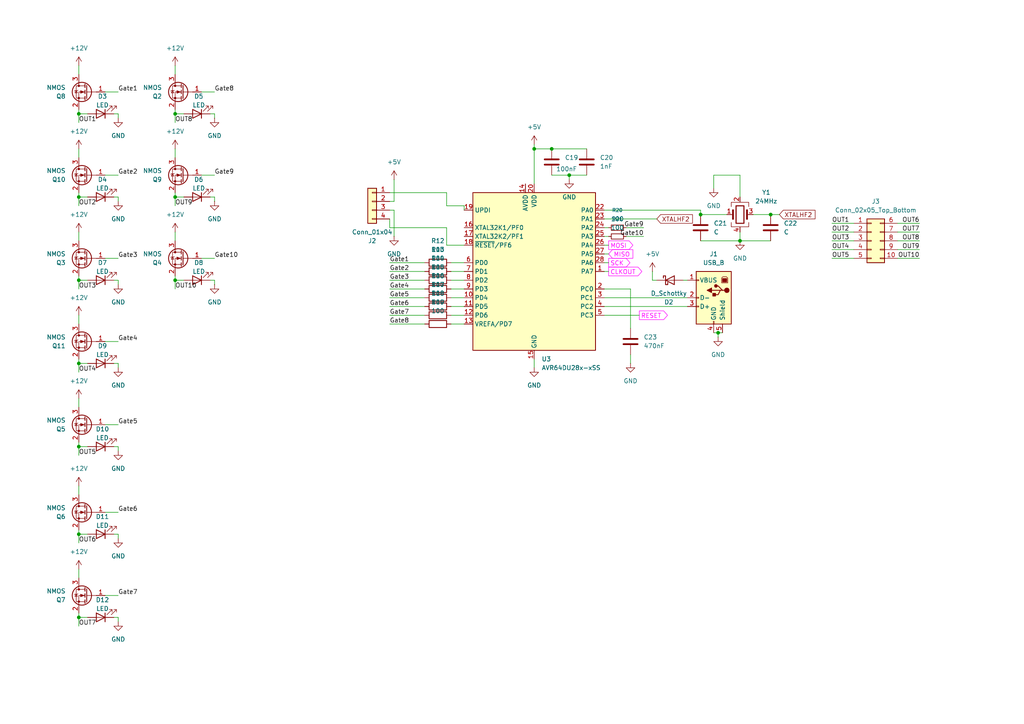
<source format=kicad_sch>
(kicad_sch (version 20250114) (generator "eeschema") (generator_version "9.0")
  (paper "A4")
  (lib_symbols
    (symbol "Connector:USB_B" (pin_names (offset 1.016))
      (property "Reference" "J1" (at 0 12.7 0))
      (property "Value" "USB_B" (at 0 10.16 0))
      (symbol "USB_B_0_1"
        (rectangle (start -5.08 -7.62) (end 5.08 7.62) (stroke (width 0.254)) (fill (type background)))
        (polyline (pts (xy -4.064 4.318) (xy -2.286 4.318) (xy -2.286 5.715) (xy -2.667 6.096) (xy -3.683 6.096) (xy -4.064 5.715) (xy -4.064 4.318)))
        (rectangle (start -3.81 5.588) (end -2.54 4.572) (fill (type outline)))
        (circle (center -3.81 2.159) (radius 0.635) (stroke (width 0.254)) (fill (type outline)))
        (polyline (pts (xy -3.175 2.159) (xy -2.54 2.159) (xy -1.27 3.429) (xy -0.635 3.429)) (stroke (width 0.254)))
        (polyline (pts (xy -2.54 2.159) (xy -1.905 2.159) (xy -1.27 0.889) (xy 0 0.889)) (stroke (width 0.254)))
        (polyline (pts (xy -1.905 2.159) (xy 0.635 2.159)) (stroke (width 0.254)))
        (circle (center -0.635 3.429) (radius 0.381) (stroke (width 0.254)) (fill (type outline)))
        (rectangle (start -0.127 -7.62) (end 0.127 -6.858))
        (rectangle (start 0.254 1.27) (end -0.508 0.508) (stroke (width 0.254)) (fill (type outline)))
        (polyline (pts (xy 0.635 2.794) (xy 0.635 1.524) (xy 1.905 2.159) (xy 0.635 2.794)) (stroke (width 0.254)) (fill (type outline)))
        (rectangle (start 5.08 4.953) (end 4.318 5.207))
        (rectangle (start 5.08 -0.127) (end 4.318 0.127))
        (rectangle (start 5.08 -2.667) (end 4.318 -2.413))
      )
      (symbol "USB_B_1_1"
        (pin passive line (at -2.54 -10.16 90) (length 2.54) (name "Shield") (number "5"))
        (pin power_out line (at 0 -10.16 90) (length 2.54) (name "GND") (number "4"))
        (pin power_out line (at 7.62 5.08 180) (length 2.54) (name "VBUS") (number "1"))
        (pin bidirectional line (at 7.62 0 180) (length 2.54) (name "D-") (number "2"))
        (pin bidirectional line (at 7.62 -2.54 180) (length 2.54) (name "D+") (number "3"))
      )
    )
    (symbol "Connector_Generic:Conn_01x04" (pin_names (offset 1.016) (hide yes))
      (property "Reference" "J" (at 0 5.08 0))
      (property "Value" "Conn_01x04" (at 0 -7.62 0))
      (symbol "Conn_01x04_1_1"
        (rectangle (start -1.27 3.81) (end 1.27 -6.35) (stroke (width 0.254)) (fill (type background)))
        (rectangle (start -1.27 2.667) (end 0 2.413) (stroke (width 0.1524)))
        (rectangle (start -1.27 0.127) (end 0 -0.127) (stroke (width 0.1524)))
        (rectangle (start -1.27 -2.413) (end 0 -2.667) (stroke (width 0.1524)))
        (rectangle (start -1.27 -4.953) (end 0 -5.207) (stroke (width 0.1524)))
        (pin passive line (at -5.08 2.54 0) (length 3.81) (name "Pin_1") (number "1"))
        (pin passive line (at -5.08 0 0) (length 3.81) (name "Pin_2") (number "2"))
        (pin passive line (at -5.08 -2.54 0) (length 3.81) (name "Pin_3") (number "3"))
        (pin passive line (at -5.08 -5.08 0) (length 3.81) (name "Pin_4") (number "4"))
      )
    )
    (symbol "Connector_Generic:Conn_02x05_Top_Bottom" (pin_names (offset 1.016) (hide yes))
      (property "Reference" "J" (at 1.27 7.62 0))
      (property "Value" "Conn_02x05_Top_Bottom" (at 1.27 -7.62 0))
      (symbol "Conn_02x05_Top_Bottom_1_1"
        (rectangle (start -1.27 6.35) (end 3.81 -6.35) (stroke (width 0.254)) (fill (type background)))
        (rectangle (start -1.27 5.207) (end 0 4.953) (stroke (width 0.1524)))
        (rectangle (start -1.27 2.667) (end 0 2.413) (stroke (width 0.1524)))
        (rectangle (start -1.27 0.127) (end 0 -0.127) (stroke (width 0.1524)))
        (rectangle (start -1.27 -2.413) (end 0 -2.667) (stroke (width 0.1524)))
        (rectangle (start -1.27 -4.953) (end 0 -5.207) (stroke (width 0.1524)))
        (rectangle (start 3.81 5.207) (end 2.54 4.953) (stroke (width 0.1524)))
        (rectangle (start 3.81 2.667) (end 2.54 2.413) (stroke (width 0.1524)))
        (rectangle (start 3.81 0.127) (end 2.54 -0.127) (stroke (width 0.1524)))
        (rectangle (start 3.81 -2.413) (end 2.54 -2.667) (stroke (width 0.1524)))
        (rectangle (start 3.81 -4.953) (end 2.54 -5.207) (stroke (width 0.1524)))
        (pin passive line (at -5.08 5.08 0) (length 3.81) (name "Pin_1") (number "1"))
        (pin passive line (at -5.08 2.54 0) (length 3.81) (name "Pin_2") (number "2"))
        (pin passive line (at -5.08 0 0) (length 3.81) (name "Pin_3") (number "3"))
        (pin passive line (at -5.08 -2.54 0) (length 3.81) (name "Pin_4") (number "4"))
        (pin passive line (at -5.08 -5.08 0) (length 3.81) (name "Pin_5") (number "5"))
        (pin passive line (at 7.62 5.08 180) (length 3.81) (name "Pin_6") (number "6"))
        (pin passive line (at 7.62 2.54 180) (length 3.81) (name "Pin_7") (number "7"))
        (pin passive line (at 7.62 0 180) (length 3.81) (name "Pin_8") (number "8"))
        (pin passive line (at 7.62 -2.54 180) (length 3.81) (name "Pin_9") (number "9"))
        (pin passive line (at 7.62 -5.08 180) (length 3.81) (name "Pin_10") (number "10"))
      )
    )
    (symbol "CustomFootprints:AVR64DA28x-xSS"
      (property "Reference" "U3" (at 2.1433 -25.4 0))
      (property "Value" "AVR64DU28x-xSS" (at 2.1433 -27.94 0))
      (symbol "AVR64DA28x-xSS_0_1"
        (rectangle (start -17.78 22.86) (end 17.78 -22.86) (stroke (width 0.254)) (fill (type background)))
      )
      (symbol "AVR64DA28x-xSS_1_1"
        (pin input line (at -20.32 17.78 0) (length 2.54) (name "UPDI") (number "19"))
        (pin bidirectional line (at -20.32 12.7 0) (length 2.54) (name "XTAL32K1/PF0") (number "16"))
        (pin bidirectional line (at -20.32 10.16 0) (length 2.54) (name "XTAL32K2/PF1") (number "17"))
        (pin bidirectional line (at -20.32 7.62 0) (length 2.54) (name "~{RESET}/PF6") (number "18"))
        (pin bidirectional line (at -20.32 2.54 0) (length 2.54) (name "PD0") (number "6"))
        (pin bidirectional line (at -20.32 0 0) (length 2.54) (name "PD1") (number "7"))
        (pin bidirectional line (at -20.32 -2.54 0) (length 2.54) (name "PD2") (number "8"))
        (pin bidirectional line (at -20.32 -5.08 0) (length 2.54) (name "PD3") (number "9"))
        (pin bidirectional line (at -20.32 -7.62 0) (length 2.54) (name "PD4") (number "10"))
        (pin bidirectional line (at -20.32 -10.16 0) (length 2.54) (name "PD5") (number "11"))
        (pin bidirectional line (at -20.32 -12.7 0) (length 2.54) (name "PD6") (number "12"))
        (pin bidirectional line (at -20.32 -15.24 0) (length 2.54) (name "VREFA/PD7") (number "13"))
        (pin power_in line (at -2.54 25.4 270) (length 2.54) (name "AVDD") (number "14"))
        (pin power_in line (at 0 25.4 270) (length 2.54) (name "VDD") (number "20"))
        (pin power_in line (at 0 -25.4 90) (length 2.54) (name "GND") (number "15"))
        (pin passive line (at 0 -25.4 90) (length 2.54) (hide yes) (name "GND") (number "21"))
        (pin bidirectional line (at 20.32 17.78 180) (length 2.54) (name "PA0") (number "22"))
        (pin bidirectional line (at 20.32 15.24 180) (length 2.54) (name "PA1") (number "23"))
        (pin bidirectional line (at 20.32 12.7 180) (length 2.54) (name "PA2") (number "24"))
        (pin bidirectional line (at 20.32 10.16 180) (length 2.54) (name "PA3") (number "25"))
        (pin bidirectional line (at 20.32 7.62 180) (length 2.54) (name "PA4") (number "26"))
        (pin bidirectional line (at 20.32 5.08 180) (length 2.54) (name "PA5") (number "27"))
        (pin bidirectional line (at 20.32 2.54 180) (length 2.54) (name "PA6") (number "28"))
        (pin bidirectional line (at 20.32 0 180) (length 2.54) (name "PA7") (number "1"))
        (pin bidirectional line (at 20.32 -5.08 180) (length 2.54) (name "PC0") (number "2"))
        (pin bidirectional line (at 20.32 -7.62 180) (length 2.54) (name "PC1") (number "3"))
        (pin bidirectional line (at 20.32 -10.16 180) (length 2.54) (name "PC2") (number "4"))
        (pin bidirectional line (at 20.32 -12.7 180) (length 2.54) (name "PC3") (number "5"))
      )
    )
    (symbol "Device:C" (pin_numbers (hide yes)) (pin_names (offset 0.254))
      (property "Reference" "C" (at 0.635 2.54 0))
      (property "Value" "C" (at 0.635 -2.54 0))
      (symbol "C_0_1"
        (polyline (pts (xy -2.032 0.762) (xy 2.032 0.762)) (stroke (width 0.508)))
        (polyline (pts (xy -2.032 -0.762) (xy 2.032 -0.762)) (stroke (width 0.508)))
      )
      (symbol "C_1_1"
        (pin passive line (at 0 3.81 270) (length 2.794) (name "~") (number "1"))
        (pin passive line (at 0 -3.81 90) (length 2.794) (name "~") (number "2"))
      )
    )
    (symbol "Device:Crystal_GND24" (pin_names (offset 1.016) (hide yes))
      (property "Reference" "Y" (at 3.175 5.08 0))
      (property "Value" "Crystal_GND24" (at 3.175 3.175 0))
      (symbol "Crystal_GND24_0_1"
        (polyline (pts (xy -2.54 2.286) (xy -2.54 3.556) (xy 2.54 3.556) (xy 2.54 2.286)))
        (polyline (pts (xy -2.54 0) (xy -2.032 0)))
        (polyline (pts (xy -2.54 -2.286) (xy -2.54 -3.556) (xy 2.54 -3.556) (xy 2.54 -2.286)))
        (polyline (pts (xy -2.032 -1.27) (xy -2.032 1.27)) (stroke (width 0.508)))
        (rectangle (start -1.143 2.54) (end 1.143 -2.54) (stroke (width 0.3048)))
        (polyline (pts (xy 0 3.556) (xy 0 3.81)))
        (polyline (pts (xy 0 -3.81) (xy 0 -3.556)))
        (polyline (pts (xy 2.032 0) (xy 2.54 0)))
        (polyline (pts (xy 2.032 -1.27) (xy 2.032 1.27)) (stroke (width 0.508)))
      )
      (symbol "Crystal_GND24_1_1"
        (pin passive line (at -3.81 0 0) (length 1.27) (name "1") (number "1"))
        (pin passive line (at 0 5.08 270) (length 1.27) (name "2") (number "2"))
        (pin passive line (at 0 -5.08 90) (length 1.27) (name "4") (number "4"))
        (pin passive line (at 3.81 0 180) (length 1.27) (name "3") (number "3"))
      )
    )
    (symbol "Device:D_Schottky" (pin_numbers (hide yes)) (pin_names (offset 1.016) (hide yes))
      (property "Reference" "D" (at 0 2.54 0))
      (property "Value" "D_Schottky" (at 0 -2.54 0))
      (symbol "D_Schottky_0_1"
        (polyline (pts (xy -1.905 0.635) (xy -1.905 1.27) (xy -1.27 1.27) (xy -1.27 -1.27) (xy -0.635 -1.27) (xy -0.635 -0.635)) (stroke (width 0.254)))
        (polyline (pts (xy 1.27 1.27) (xy 1.27 -1.27) (xy -1.27 0) (xy 1.27 1.27)) (stroke (width 0.254)))
        (polyline (pts (xy 1.27 0) (xy -1.27 0)))
      )
      (symbol "D_Schottky_1_1"
        (pin passive line (at -3.81 0 0) (length 2.54) (name "K") (number "1"))
        (pin passive line (at 3.81 0 180) (length 2.54) (name "A") (number "2"))
      )
    )
    (symbol "Device:LED" (pin_numbers (hide yes)) (pin_names (offset 1.016) (hide yes))
      (property "Reference" "D" (at 0 2.54 0))
      (property "Value" "LED" (at 0 -2.54 0))
      (symbol "LED_0_1"
        (polyline (pts (xy -3.048 -0.762) (xy -4.572 -2.286) (xy -3.81 -2.286) (xy -4.572 -2.286) (xy -4.572 -1.524)))
        (polyline (pts (xy -1.778 -0.762) (xy -3.302 -2.286) (xy -2.54 -2.286) (xy -3.302 -2.286) (xy -3.302 -1.524)))
        (polyline (pts (xy -1.27 0) (xy 1.27 0)))
        (polyline (pts (xy -1.27 -1.27) (xy -1.27 1.27)) (stroke (width 0.254)))
        (polyline (pts (xy 1.27 -1.27) (xy 1.27 1.27) (xy -1.27 0) (xy 1.27 -1.27)) (stroke (width 0.254)))
      )
      (symbol "LED_1_1"
        (pin passive line (at -3.81 0 0) (length 2.54) (name "K") (number "1"))
        (pin passive line (at 3.81 0 180) (length 2.54) (name "A") (number "2"))
      )
    )
    (symbol "Device:R" (pin_numbers (hide yes)) (pin_names (offset 0))
      (property "Reference" "R" (at 2.032 0 90))
      (property "Value" "R" (at 0 0 90))
      (symbol "R_0_1"
        (rectangle (start -1.016 -2.54) (end 1.016 2.54) (stroke (width 0.254)))
      )
      (symbol "R_1_1"
        (pin passive line (at 0 3.81 270) (length 1.27) (name "~") (number "1"))
        (pin passive line (at 0 -3.81 90) (length 1.27) (name "~") (number "2"))
      )
    )
    (symbol "Device:R_Small" (pin_numbers (hide yes)) (pin_names (offset 0.254) (hide yes))
      (property "Reference" "R" (at 0 0 90))
      (property "Value" "R_Small" (at 1.778 0 90))
      (symbol "R_Small_0_1"
        (rectangle (start -0.762 1.778) (end 0.762 -1.778) (stroke (width 0.2032)))
      )
      (symbol "R_Small_1_1"
        (pin passive line (at 0 2.54 270) (length 0.762) (name "~") (number "1"))
        (pin passive line (at 0 -2.54 90) (length 0.762) (name "~") (number "2"))
      )
    )
    (symbol "Transistor_FET:2N7002" (pin_names (hide yes))
      (property "Reference" "Q" (at 5.08 1.905 0))
      (property "Value" "2N7002" (at 5.08 0 0))
      (symbol "2N7002_0_1"
        (polyline (pts (xy 0.254 1.905) (xy 0.254 -1.905)) (stroke (width 0.254)))
        (polyline (pts (xy 0.254 0) (xy -2.54 0)))
        (polyline (pts (xy 0.762 2.286) (xy 0.762 1.27)) (stroke (width 0.254)))
        (polyline (pts (xy 0.762 0.508) (xy 0.762 -0.508)) (stroke (width 0.254)))
        (polyline (pts (xy 0.762 -1.27) (xy 0.762 -2.286)) (stroke (width 0.254)))
        (polyline (pts (xy 0.762 -1.778) (xy 3.302 -1.778) (xy 3.302 1.778) (xy 0.762 1.778)))
        (polyline (pts (xy 1.016 0) (xy 2.032 0.381) (xy 2.032 -0.381) (xy 1.016 0)) (fill (type outline)))
        (circle (center 1.651 0) (radius 2.794) (stroke (width 0.254)))
        (polyline (pts (xy 2.54 2.54) (xy 2.54 1.778)))
        (circle (center 2.54 1.778) (radius 0.254) (fill (type outline)))
        (circle (center 2.54 -1.778) (radius 0.254) (fill (type outline)))
        (polyline (pts (xy 2.54 -2.54) (xy 2.54 0) (xy 0.762 0)))
        (polyline (pts (xy 2.794 0.508) (xy 2.921 0.381) (xy 3.683 0.381) (xy 3.81 0.254)))
        (polyline (pts (xy 3.302 0.381) (xy 2.921 -0.254) (xy 3.683 -0.254) (xy 3.302 0.381)))
      )
      (symbol "2N7002_1_1"
        (pin input line (at -5.08 0 0) (length 2.54) (name "G") (number "1"))
        (pin passive line (at 2.54 5.08 270) (length 2.54) (name "D") (number "3"))
        (pin passive line (at 2.54 -5.08 90) (length 2.54) (name "S") (number "2"))
      )
    )
    (symbol "power:+12V" (power) (pin_numbers (hide yes)) (pin_names (offset 0) (hide yes))
      (property "Value" "+12V" (at 0 3.556 0))
      (symbol "+12V_0_1"
        (polyline (pts (xy -0.762 1.27) (xy 0 2.54)))
        (polyline (pts (xy 0 2.54) (xy 0.762 1.27)))
        (polyline (pts (xy 0 0) (xy 0 2.54)))
      )
      (symbol "+12V_1_1"
        (pin power_in line (at 0 0 90) (length 0) (name "~") (number "1"))
      )
    )
    (symbol "power:+5V" (power) (pin_numbers (hide yes)) (pin_names (offset 0) (hide yes))
      (property "Value" "+5V" (at 0 3.556 0))
      (symbol "+5V_0_1"
        (polyline (pts (xy -0.762 1.27) (xy 0 2.54)))
        (polyline (pts (xy 0 2.54) (xy 0.762 1.27)))
        (polyline (pts (xy 0 0) (xy 0 2.54)))
      )
      (symbol "+5V_1_1"
        (pin power_in line (at 0 0 90) (length 0) (name "~") (number "1"))
      )
    )
    (symbol "power:GND" (power) (pin_numbers (hide yes)) (pin_names (offset 0) (hide yes))
      (property "Value" "GND" (at 0 -3.81 0))
      (symbol "GND_0_1"
        (polyline (pts (xy 0 0) (xy 0 -1.27) (xy 1.27 -1.27) (xy 0 -2.54) (xy -1.27 -1.27) (xy 0 -1.27)))
      )
      (symbol "GND_1_1"
        (pin power_in line (at 0 0 270) (length 0) (name "~") (number "1"))
      )
    )
  )
  (junction (at 165.1 50.8))
  (junction (at 223.52 62.23))
  (junction (at 160.02 43.18))
  (junction (at 22.86 179.07))
  (junction (at 214.63 69.85))
  (junction (at 50.8 57.15))
  (junction (at 50.8 33.02))
  (junction (at 22.86 129.54))
  (junction (at 208.28 96.52))
  (junction (at 50.8 81.28))
  (junction (at 203.2 62.23))
  (junction (at 22.86 154.94))
  (junction (at 22.86 33.02))
  (junction (at 22.86 57.15))
  (junction (at 154.94 43.18))
  (junction (at 22.86 81.28))
  (junction (at 22.86 105.41))
  (wire (pts (xy 175.26 68.58) (xy 176.53 68.58)))
  (wire (pts (xy 160.02 43.18) (xy 170.18 43.18)))
  (wire (pts (xy 114.3 68.58) (xy 114.3 60.96)))
  (wire (pts (xy 34.29 179.07) (xy 33.02 179.07)))
  (wire (pts (xy 129.54 71.12) (xy 134.62 71.12)))
  (wire (pts (xy 113.03 66.04) (xy 113.03 63.5)))
  (wire (pts (xy 22.86 105.41) (xy 25.4 105.41)))
  (wire (pts (xy 129.54 66.04) (xy 129.54 71.12)))
  (wire (pts (xy 208.28 96.52) (xy 209.55 96.52)))
  (wire (pts (xy 199.39 81.28) (xy 198.12 81.28)))
  (wire (pts (xy 181.61 66.04) (xy 186.69 66.04)))
  (wire (pts (xy 130.81 83.82) (xy 134.62 83.82)))
  (wire (pts (xy 50.8 19.05) (xy 50.8 21.59)))
  (wire (pts (xy 22.86 19.05) (xy 22.86 21.59)))
  (wire (pts (xy 130.81 93.98) (xy 134.62 93.98)))
  (wire (pts (xy 113.03 93.98) (xy 123.19 93.98)))
  (wire (pts (xy 30.48 74.93) (xy 34.29 74.93)))
  (wire (pts (xy 266.7 72.39) (xy 260.35 72.39)))
  (wire (pts (xy 34.29 180.34) (xy 34.29 179.07)))
  (wire (pts (xy 58.42 26.67) (xy 62.23 26.67)))
  (wire (pts (xy 50.8 67.31) (xy 50.8 69.85)))
  (wire (pts (xy 175.26 60.96) (xy 203.2 60.96)))
  (wire (pts (xy 34.29 57.15) (xy 33.02 57.15)))
  (wire (pts (xy 207.01 96.52) (xy 208.28 96.52)))
  (wire (pts (xy 62.23 33.02) (xy 60.96 33.02)))
  (wire (pts (xy 30.48 123.19) (xy 34.29 123.19)))
  (wire (pts (xy 203.2 60.96) (xy 203.2 62.23)))
  (wire (pts (xy 154.94 43.18) (xy 154.94 53.34)))
  (wire (pts (xy 114.3 52.07) (xy 114.3 58.42)))
  (wire (pts (xy 130.81 91.44) (xy 134.62 91.44)))
  (wire (pts (xy 22.86 104.14) (xy 22.86 105.41)))
  (wire (pts (xy 207.01 50.8) (xy 207.01 54.61)))
  (wire (pts (xy 50.8 57.15) (xy 50.8 59.69)))
  (wire (pts (xy 223.52 62.23) (xy 226.06 62.23)))
  (wire (pts (xy 50.8 43.18) (xy 50.8 45.72)))
  (wire (pts (xy 134.62 59.69) (xy 134.62 60.96)))
  (wire (pts (xy 266.7 69.85) (xy 260.35 69.85)))
  (wire (pts (xy 214.63 57.15) (xy 214.63 50.8)))
  (wire (pts (xy 62.23 57.15) (xy 60.96 57.15)))
  (wire (pts (xy 114.3 58.42) (xy 113.03 58.42)))
  (wire (pts (xy 214.63 69.85) (xy 223.52 69.85)))
  (wire (pts (xy 130.81 76.2) (xy 134.62 76.2)))
  (wire (pts (xy 175.26 63.5) (xy 190.5 63.5)))
  (wire (pts (xy 34.29 81.28) (xy 33.02 81.28)))
  (wire (pts (xy 189.23 78.74) (xy 189.23 81.28)))
  (wire (pts (xy 62.23 82.55) (xy 62.23 81.28)))
  (wire (pts (xy 130.81 78.74) (xy 134.62 78.74)))
  (wire (pts (xy 58.42 74.93) (xy 62.23 74.93)))
  (wire (pts (xy 129.54 66.04) (xy 113.03 66.04)))
  (wire (pts (xy 266.7 67.31) (xy 260.35 67.31)))
  (wire (pts (xy 175.26 76.2) (xy 176.53 76.2)))
  (wire (pts (xy 34.29 129.54) (xy 33.02 129.54)))
  (wire (pts (xy 165.1 50.8) (xy 165.1 52.07)))
  (wire (pts (xy 154.94 104.14) (xy 154.94 106.68)))
  (wire (pts (xy 165.1 50.8) (xy 170.18 50.8)))
  (wire (pts (xy 22.86 81.28) (xy 22.86 83.82)))
  (wire (pts (xy 175.26 73.66) (xy 176.53 73.66)))
  (wire (pts (xy 34.29 156.21) (xy 34.29 154.94)))
  (wire (pts (xy 113.03 88.9) (xy 123.19 88.9)))
  (wire (pts (xy 218.44 62.23) (xy 223.52 62.23)))
  (wire (pts (xy 182.88 83.82) (xy 182.88 95.25)))
  (wire (pts (xy 62.23 58.42) (xy 62.23 57.15)))
  (wire (pts (xy 22.86 43.18) (xy 22.86 45.72)))
  (wire (pts (xy 50.8 33.02) (xy 53.34 33.02)))
  (wire (pts (xy 182.88 102.87) (xy 182.88 105.41)))
  (wire (pts (xy 113.03 55.88) (xy 129.54 55.88)))
  (wire (pts (xy 34.29 33.02) (xy 33.02 33.02)))
  (wire (pts (xy 30.48 148.59) (xy 34.29 148.59)))
  (wire (pts (xy 113.03 86.36) (xy 123.19 86.36)))
  (wire (pts (xy 22.86 81.28) (xy 25.4 81.28)))
  (wire (pts (xy 50.8 81.28) (xy 53.34 81.28)))
  (wire (pts (xy 22.86 128.27) (xy 22.86 129.54)))
  (wire (pts (xy 22.86 154.94) (xy 22.86 157.48)))
  (wire (pts (xy 50.8 80.01) (xy 50.8 81.28)))
  (wire (pts (xy 113.03 83.82) (xy 123.19 83.82)))
  (wire (pts (xy 154.94 43.18) (xy 160.02 43.18)))
  (wire (pts (xy 22.86 33.02) (xy 22.86 35.56)))
  (wire (pts (xy 175.26 66.04) (xy 176.53 66.04)))
  (wire (pts (xy 22.86 115.57) (xy 22.86 118.11)))
  (wire (pts (xy 175.26 78.74) (xy 176.53 78.74)))
  (wire (pts (xy 175.26 83.82) (xy 182.88 83.82)))
  (wire (pts (xy 22.86 129.54) (xy 22.86 132.08)))
  (wire (pts (xy 113.03 91.44) (xy 123.19 91.44)))
  (wire (pts (xy 266.7 64.77) (xy 260.35 64.77)))
  (wire (pts (xy 241.3 64.77) (xy 247.65 64.77)))
  (wire (pts (xy 130.81 86.36) (xy 134.62 86.36)))
  (wire (pts (xy 34.29 105.41) (xy 33.02 105.41)))
  (wire (pts (xy 50.8 55.88) (xy 50.8 57.15)))
  (wire (pts (xy 22.86 31.75) (xy 22.86 33.02)))
  (wire (pts (xy 58.42 50.8) (xy 62.23 50.8)))
  (wire (pts (xy 30.48 172.72) (xy 34.29 172.72)))
  (wire (pts (xy 34.29 154.94) (xy 33.02 154.94)))
  (wire (pts (xy 203.2 69.85) (xy 214.63 69.85)))
  (wire (pts (xy 241.3 74.93) (xy 247.65 74.93)))
  (wire (pts (xy 129.54 59.69) (xy 134.62 59.69)))
  (wire (pts (xy 189.23 81.28) (xy 190.5 81.28)))
  (wire (pts (xy 22.86 179.07) (xy 25.4 179.07)))
  (wire (pts (xy 22.86 165.1) (xy 22.86 167.64)))
  (wire (pts (xy 50.8 31.75) (xy 50.8 33.02)))
  (wire (pts (xy 22.86 153.67) (xy 22.86 154.94)))
  (wire (pts (xy 154.94 41.91) (xy 154.94 43.18)))
  (wire (pts (xy 30.48 26.67) (xy 34.29 26.67)))
  (wire (pts (xy 129.54 55.88) (xy 129.54 59.69)))
  (wire (pts (xy 214.63 67.31) (xy 214.63 69.85)))
  (wire (pts (xy 208.28 96.52) (xy 208.28 97.79)))
  (wire (pts (xy 22.86 129.54) (xy 25.4 129.54)))
  (wire (pts (xy 22.86 57.15) (xy 25.4 57.15)))
  (wire (pts (xy 22.86 154.94) (xy 25.4 154.94)))
  (wire (pts (xy 113.03 60.96) (xy 114.3 60.96)))
  (wire (pts (xy 113.03 81.28) (xy 123.19 81.28)))
  (wire (pts (xy 34.29 34.29) (xy 34.29 33.02)))
  (wire (pts (xy 214.63 50.8) (xy 207.01 50.8)))
  (wire (pts (xy 22.86 80.01) (xy 22.86 81.28)))
  (wire (pts (xy 34.29 130.81) (xy 34.29 129.54)))
  (wire (pts (xy 22.86 105.41) (xy 22.86 107.95)))
  (wire (pts (xy 175.26 91.44) (xy 185.42 91.44)))
  (wire (pts (xy 50.8 81.28) (xy 50.8 83.82)))
  (wire (pts (xy 241.3 72.39) (xy 247.65 72.39)))
  (wire (pts (xy 50.8 33.02) (xy 50.8 35.56)))
  (wire (pts (xy 175.26 71.12) (xy 176.53 71.12)))
  (wire (pts (xy 22.86 177.8) (xy 22.86 179.07)))
  (wire (pts (xy 22.86 179.07) (xy 22.86 181.61)))
  (wire (pts (xy 160.02 50.8) (xy 165.1 50.8)))
  (wire (pts (xy 175.26 88.9) (xy 199.39 88.9)))
  (wire (pts (xy 62.23 81.28) (xy 60.96 81.28)))
  (wire (pts (xy 130.81 81.28) (xy 134.62 81.28)))
  (wire (pts (xy 34.29 106.68) (xy 34.29 105.41)))
  (wire (pts (xy 266.7 74.93) (xy 260.35 74.93)))
  (wire (pts (xy 50.8 57.15) (xy 53.34 57.15)))
  (wire (pts (xy 62.23 34.29) (xy 62.23 33.02)))
  (wire (pts (xy 22.86 57.15) (xy 22.86 59.69)))
  (wire (pts (xy 241.3 69.85) (xy 247.65 69.85)))
  (wire (pts (xy 34.29 82.55) (xy 34.29 81.28)))
  (wire (pts (xy 22.86 140.97) (xy 22.86 143.51)))
  (wire (pts (xy 22.86 91.44) (xy 22.86 93.98)))
  (wire (pts (xy 181.61 68.58) (xy 186.69 68.58)))
  (wire (pts (xy 203.2 62.23) (xy 210.82 62.23)))
  (wire (pts (xy 130.81 88.9) (xy 134.62 88.9)))
  (wire (pts (xy 34.29 58.42) (xy 34.29 57.15)))
  (wire (pts (xy 113.03 78.74) (xy 123.19 78.74)))
  (wire (pts (xy 30.48 99.06) (xy 34.29 99.06)))
  (wire (pts (xy 175.26 86.36) (xy 199.39 86.36)))
  (wire (pts (xy 30.48 50.8) (xy 34.29 50.8)))
  (wire (pts (xy 113.03 76.2) (xy 123.19 76.2)))
  (wire (pts (xy 241.3 67.31) (xy 247.65 67.31)))
  (wire (pts (xy 22.86 55.88) (xy 22.86 57.15)))
  (wire (pts (xy 22.86 33.02) (xy 25.4 33.02)))
  (wire (pts (xy 22.86 67.31) (xy 22.86 69.85)))
  (label "Gate7" (at 113.03 91.44 0))
  (label "OUT2" (at 241.3 67.31 0))
  (label "Gate9" (at 62.23 50.8 0))
  (label "Gate8" (at 62.23 26.67 0))
  (label "Gate5" (at 34.29 123.19 0))
  (label "OUT6" (at 22.86 157.48 0))
  (label "Gate10" (at 62.23 74.93 0))
  (label "OUT4" (at 22.86 107.95 0))
  (label "OUT9" (at 266.7 72.39 180))
  (label "Gate10" (at 186.69 68.58 180))
  (label "Gate2" (at 34.29 50.8 0))
  (label "Gate1" (at 34.29 26.67 0))
  (label "OUT1" (at 22.86 35.56 0))
  (label "Gate3" (at 113.03 81.28 0))
  (label "Gate4" (at 34.29 99.06 0))
  (label "Gate1" (at 113.03 76.2 0))
  (label "Gate8" (at 113.03 93.98 0))
  (label "OUT3" (at 241.3 69.85 0))
  (label "Gate5" (at 113.03 86.36 0))
  (label "OUT10" (at 50.8 83.82 0))
  (label "OUT5" (at 22.86 132.08 0))
  (label "Gate9" (at 186.69 66.04 180))
  (label "OUT4" (at 241.3 72.39 0))
  (label "OUT6" (at 266.7 64.77 180))
  (label "Gate6" (at 113.03 88.9 0))
  (label "OUT5" (at 241.3 74.93 0))
  (label "Gate3" (at 34.29 74.93 0))
  (label "OUT8" (at 266.7 69.85 180))
  (label "Gate2" (at 113.03 78.74 0))
  (label "Gate6" (at 34.29 148.59 0))
  (label "OUT7" (at 266.7 67.31 180))
  (label "OUT10" (at 266.7 74.93 180))
  (label "OUT2" (at 22.86 59.69 0))
  (label "OUT7" (at 22.86 181.61 0))
  (label "OUT8" (at 50.8 35.56 0))
  (label "OUT3" (at 22.86 83.82 0))
  (label "OUT1" (at 241.3 64.77 0))
  (label "OUT9" (at 50.8 59.69 0))
  (label "Gate4" (at 113.03 83.82 0))
  (label "Gate7" (at 34.29 172.72 0))
  (global_label "MISO" (shape input) (at 176.53 73.66 0) (property "Intersheetrefs" "${INTERSHEET_REFS}" (effects (hide yes))))
  (global_label "SCK" (shape output) (at 176.53 76.2 0) (property "Intersheetrefs" "${INTERSHEET_REFS}" (effects (hide yes))))
  (global_label "RESET" (shape output) (at 185.42 91.44 0) (property "Intersheetrefs" "${INTERSHEET_REFS}" (effects (hide yes))))
  (global_label "MOSI" (shape output) (at 176.53 71.12 0) (property "Intersheetrefs" "${INTERSHEET_REFS}" (effects (hide yes))))
  (global_label "CLKOUT" (shape output) (at 176.53 78.74 0) (property "Intersheetrefs" "${INTERSHEET_REFS}" (effects (hide yes))))
  (global_label "XTALHF2" (shape input) (at 190.5 63.5 0) (property "Intersheetrefs" "${INTERSHEET_REFS}" (effects (hide yes))))
  (global_label "XTALHF2" (shape input) (at 226.06 62.23 0) (property "Intersheetrefs" "${INTERSHEET_REFS}" (effects (hide yes))))
  (symbol (lib_id "Transistor_FET:2N7002") (at 25.4 99.06 0) (mirror y) (unit 1)
    (property "Reference" "Q11" (at 19.05 100.3301 0) (effects (justify left)))
    (property "Value" "NMOS" (at 19.05 97.7901 0) (effects (justify left)))
    (property "Footprint" "Package_TO_SOT_SMD:SOT-23" (effects (hide yes)))
    (property "Datasheet" "https://www.onsemi.com/pub/Collateral/NDS7002A-D.PDF" (effects (hide yes)))
    (property "Description" "0.115A Id, 60V Vds, N-Channel MOSFET, SOT-23" (effects (hide yes)))
    (property "Sim.Device" "NMOS" (effects (hide yes)))
    (property "Sim.Type" "VDMOS" (effects (hide yes)))
    (property "Sim.Pins" "1=D 2=G 3=S" (effects (hide yes)))
  )
  (symbol (lib_id "Transistor_FET:2N7002") (at 25.4 26.67 0) (mirror y) (unit 1)
    (property "Reference" "Q8" (at 19.05 27.9401 0) (effects (justify left)))
    (property "Value" "NMOS" (at 19.05 25.4001 0) (effects (justify left)))
    (property "Footprint" "Package_TO_SOT_SMD:SOT-23" (effects (hide yes)))
    (property "Datasheet" "https://www.onsemi.com/pub/Collateral/NDS7002A-D.PDF" (effects (hide yes)))
    (property "Description" "0.115A Id, 60V Vds, N-Channel MOSFET, SOT-23" (effects (hide yes)))
    (property "Sim.Device" "NMOS" (effects (hide yes)))
    (property "Sim.Type" "VDMOS" (effects (hide yes)))
    (property "Sim.Pins" "1=D 2=G 3=S" (effects (hide yes)))
  )
  (symbol (lib_id "Device:LED") (at 29.21 129.54 180) (unit 1)
    (property "Reference" "D10" (at 29.718 124.46 0))
    (property "Value" "LED" (at 29.718 127 0))
    (property "Footprint" "LED_SMD:LED_0805_2012Metric_Pad1.15x1.40mm_HandSolder" (effects (hide yes)))
    (property "Description" "Light emitting diode" (effects (hide yes)))
    (property "Sim.Pins" "1=K 2=A" (effects (hide yes)))
  )
  (symbol (lib_id "Connector_Generic:Conn_02x05_Top_Bottom") (at 252.73 69.85 0) (unit 1)
    (property "Reference" "J3" (at 254 58.42 0))
    (property "Value" "Conn_02x05_Top_Bottom" (at 254 60.96 0))
    (property "Footprint" "Connector_Molex:Molex_Nano-Fit_105314-xx10_2x05_P2.50mm_Horizontal" (effects (hide yes)))
    (property "Description" "Generic connector, double row, 02x05, top/bottom pin numbering scheme (row 1: 1...pins_per_row, row2: pins_per_row+1 ... num_pins), script generated (kicad-library-utils/schlib/autogen/connector/)" (effects (hide yes)))
  )
  (symbol (lib_id "Device:LED") (at 57.15 57.15 180) (unit 1)
    (property "Reference" "D6" (at 57.658 52.07 0))
    (property "Value" "LED" (at 57.658 54.61 0))
    (property "Footprint" "LED_SMD:LED_0805_2012Metric_Pad1.15x1.40mm_HandSolder" (effects (hide yes)))
    (property "Description" "Light emitting diode" (effects (hide yes)))
    (property "Sim.Pins" "1=K 2=A" (effects (hide yes)))
  )
  (symbol (lib_id "Device:C") (at 203.2 66.04 0) (unit 1)
    (property "Reference" "C21" (at 207.01 64.7699 0) (effects (justify left)))
    (property "Value" "C" (at 207.01 67.3099 0) (effects (justify left)))
    (property "Footprint" "Capacitor_SMD:C_0805_2012Metric_Pad1.18x1.45mm_HandSolder" (effects (hide yes)))
    (property "Description" "Unpolarized capacitor" (effects (hide yes)))
  )
  (symbol (lib_id "Device:LED") (at 57.15 33.02 180) (unit 1)
    (property "Reference" "D5" (at 57.658 27.94 0))
    (property "Value" "LED" (at 57.658 30.48 0))
    (property "Footprint" "LED_SMD:LED_0805_2012Metric_Pad1.15x1.40mm_HandSolder" (effects (hide yes)))
    (property "Description" "Light emitting diode" (effects (hide yes)))
    (property "Sim.Pins" "1=K 2=A" (effects (hide yes)))
  )
  (symbol (lib_id "Device:C") (at 223.52 66.04 0) (unit 1)
    (property "Reference" "C22" (at 227.33 64.7699 0) (effects (justify left)))
    (property "Value" "C" (at 227.33 67.3099 0) (effects (justify left)))
    (property "Footprint" "Capacitor_SMD:C_0805_2012Metric_Pad1.18x1.45mm_HandSolder" (effects (hide yes)))
    (property "Description" "Unpolarized capacitor" (effects (hide yes)))
  )
  (symbol (lib_id "power:GND") (at 34.29 34.29 0) (unit 1)
    (property "Reference" "#PWR037" (effects (hide yes)))
    (property "Value" "GND" (at 34.29 39.37 0))
    (property "Description" "Power symbol creates a global label with name \"GND\" , ground" (effects (hide yes)))
  )
  (symbol (lib_id "Device:R") (at 127 83.82 90) (unit 1)
    (property "Reference" "R15" (at 127 77.47 90))
    (property "Value" "100" (at 127 80.01 90))
    (property "Footprint" "Resistor_SMD:R_0805_2012Metric_Pad1.20x1.40mm_HandSolder" (effects (hide yes)))
    (property "Description" "Resistor" (effects (hide yes)))
  )
  (symbol (lib_id "Device:R_Small") (at 179.07 68.58 90) (unit 1)
    (property "Reference" "R21" (at 179.07 63.5 90) (effects (font (size 1.016 1.016))))
    (property "Value" "100" (at 179.07 66.04 90))
    (property "Footprint" "Resistor_SMD:R_0805_2012Metric_Pad1.20x1.40mm_HandSolder" (effects (hide yes)))
    (property "Description" "Resistor, small symbol" (effects (hide yes)))
  )
  (symbol (lib_id "power:GND") (at 62.23 34.29 0) (unit 1)
    (property "Reference" "#PWR039" (effects (hide yes)))
    (property "Value" "GND" (at 62.23 39.37 0))
    (property "Description" "Power symbol creates a global label with name \"GND\" , ground" (effects (hide yes)))
  )
  (symbol (lib_id "power:GND") (at 34.29 156.21 0) (unit 1)
    (property "Reference" "#PWR045" (effects (hide yes)))
    (property "Value" "GND" (at 34.29 161.29 0))
    (property "Description" "Power symbol creates a global label with name \"GND\" , ground" (effects (hide yes)))
  )
  (symbol (lib_id "power:+12V") (at 22.86 91.44 0) (unit 1)
    (property "Reference" "#PWR030" (effects (hide yes)))
    (property "Value" "+12V" (at 22.86 86.36 0))
    (property "Description" "Power symbol creates a global label with name \"+12V\"" (effects (hide yes)))
  )
  (symbol (lib_id "power:GND") (at 114.3 68.58 0) (unit 1)
    (property "Reference" "#PWR025" (effects (hide yes)))
    (property "Value" "GND" (at 114.3 73.66 0))
    (property "Description" "Power symbol creates a global label with name \"GND\" , ground" (effects (hide yes)))
  )
  (symbol (lib_id "Device:Crystal_GND24") (at 214.63 62.23 0) (unit 1)
    (property "Reference" "Y1" (at 222.25 55.8098 0))
    (property "Value" "24MHz" (at 222.25 58.3498 0))
    (property "Footprint" "Crystal:Crystal_SMD_EuroQuartz_MT-4Pin_3.2x2.5mm_HandSoldering" (effects (hide yes)))
    (property "Description" "Four pin crystal, GND on pins 2 and 4" (effects (hide yes)))
  )
  (symbol (lib_id "Device:C") (at 182.88 99.06 0) (unit 1)
    (property "Reference" "C23" (at 186.69 97.7899 0) (effects (justify left)))
    (property "Value" "470nF" (at 186.69 100.3299 0) (effects (justify left)))
    (property "Footprint" "Capacitor_SMD:C_0805_2012Metric_Pad1.18x1.45mm_HandSolder" (effects (hide yes)))
    (property "Description" "Unpolarized capacitor" (effects (hide yes)))
  )
  (symbol (lib_id "Transistor_FET:2N7002") (at 25.4 123.19 0) (mirror y) (unit 1)
    (property "Reference" "Q5" (at 19.05 124.4601 0) (effects (justify left)))
    (property "Value" "NMOS" (at 19.05 121.9201 0) (effects (justify left)))
    (property "Footprint" "Package_TO_SOT_SMD:SOT-23" (effects (hide yes)))
    (property "Datasheet" "https://www.onsemi.com/pub/Collateral/NDS7002A-D.PDF" (effects (hide yes)))
    (property "Description" "0.115A Id, 60V Vds, N-Channel MOSFET, SOT-23" (effects (hide yes)))
    (property "Sim.Device" "NMOS" (effects (hide yes)))
    (property "Sim.Type" "VDMOS" (effects (hide yes)))
    (property "Sim.Pins" "1=D 2=G 3=S" (effects (hide yes)))
  )
  (symbol (lib_id "power:+5V") (at 114.3 52.07 0) (unit 1)
    (property "Reference" "#PWR026" (effects (hide yes)))
    (property "Value" "+5V" (at 114.3 46.99 0))
    (property "Description" "Power symbol creates a global label with name \"+5V\"" (effects (hide yes)))
  )
  (symbol (lib_id "Transistor_FET:2N7002") (at 25.4 50.8 0) (mirror y) (unit 1)
    (property "Reference" "Q10" (at 19.05 52.0701 0) (effects (justify left)))
    (property "Value" "NMOS" (at 19.05 49.5301 0) (effects (justify left)))
    (property "Footprint" "Package_TO_SOT_SMD:SOT-23" (effects (hide yes)))
    (property "Datasheet" "https://www.onsemi.com/pub/Collateral/NDS7002A-D.PDF" (effects (hide yes)))
    (property "Description" "0.115A Id, 60V Vds, N-Channel MOSFET, SOT-23" (effects (hide yes)))
    (property "Sim.Device" "NMOS" (effects (hide yes)))
    (property "Sim.Type" "VDMOS" (effects (hide yes)))
    (property "Sim.Pins" "1=D 2=G 3=S" (effects (hide yes)))
  )
  (symbol (lib_id "power:+12V") (at 22.86 43.18 0) (unit 1)
    (property "Reference" "#PWR028" (effects (hide yes)))
    (property "Value" "+12V" (at 22.86 38.1 0))
    (property "Description" "Power symbol creates a global label with name \"+12V\"" (effects (hide yes)))
  )
  (symbol (lib_id "Device:LED") (at 29.21 179.07 180) (unit 1)
    (property "Reference" "D12" (at 29.718 173.99 0))
    (property "Value" "LED" (at 29.718 176.53 0))
    (property "Footprint" "LED_SMD:LED_0805_2012Metric_Pad1.15x1.40mm_HandSolder" (effects (hide yes)))
    (property "Description" "Light emitting diode" (effects (hide yes)))
    (property "Sim.Pins" "1=K 2=A" (effects (hide yes)))
  )
  (symbol (lib_id "power:GND") (at 208.28 97.79 0) (unit 1)
    (property "Reference" "#PWR023" (effects (hide yes)))
    (property "Value" "GND" (at 208.28 102.87 0))
    (property "Description" "Power symbol creates a global label with name \"GND\" , ground" (effects (hide yes)))
  )
  (symbol (lib_id "power:+12V") (at 22.86 140.97 0) (unit 1)
    (property "Reference" "#PWR032" (effects (hide yes)))
    (property "Value" "+12V" (at 22.86 135.89 0))
    (property "Description" "Power symbol creates a global label with name \"+12V\"" (effects (hide yes)))
  )
  (symbol (lib_id "power:+12V") (at 50.8 19.05 0) (unit 1)
    (property "Reference" "#PWR034" (effects (hide yes)))
    (property "Value" "+12V" (at 50.8 13.97 0))
    (property "Description" "Power symbol creates a global label with name \"+12V\"" (effects (hide yes)))
  )
  (symbol (lib_id "power:GND") (at 207.01 54.61 0) (unit 1)
    (property "Reference" "#PWR021" (effects (hide yes)))
    (property "Value" "GND" (at 207.01 59.69 0))
    (property "Description" "Power symbol creates a global label with name \"GND\" , ground" (effects (hide yes)))
  )
  (symbol (lib_id "Transistor_FET:2N7002") (at 53.34 50.8 0) (mirror y) (unit 1)
    (property "Reference" "Q9" (at 46.99 52.0701 0) (effects (justify left)))
    (property "Value" "NMOS" (at 46.99 49.5301 0) (effects (justify left)))
    (property "Footprint" "Package_TO_SOT_SMD:SOT-23" (effects (hide yes)))
    (property "Datasheet" "https://www.onsemi.com/pub/Collateral/NDS7002A-D.PDF" (effects (hide yes)))
    (property "Description" "0.115A Id, 60V Vds, N-Channel MOSFET, SOT-23" (effects (hide yes)))
    (property "Sim.Device" "NMOS" (effects (hide yes)))
    (property "Sim.Type" "VDMOS" (effects (hide yes)))
    (property "Sim.Pins" "1=D 2=G 3=S" (effects (hide yes)))
  )
  (symbol (lib_id "Device:R") (at 127 93.98 90) (unit 1)
    (property "Reference" "R19" (at 127 87.63 90))
    (property "Value" "100" (at 127 90.17 90))
    (property "Footprint" "Resistor_SMD:R_0805_2012Metric_Pad1.20x1.40mm_HandSolder" (effects (hide yes)))
    (property "Description" "Resistor" (effects (hide yes)))
  )
  (symbol (lib_id "CustomFootprints:AVR64DA28x-xSS") (at 154.94 78.74 0) (unit 1)
    (property "Reference" "U3" (at 157.0833 104.14 0) (effects (justify left)))
    (property "Value" "AVR64DU28x-xSS" (at 157.0833 106.68 0) (effects (justify left)))
    (property "Footprint" "Package_SO:SSOP-28_5.3x10.2mm_P0.65mm" (effects (hide yes)))
    (property "Datasheet" "https://ww1.microchip.com/downloads/aemDocuments/documents/MCU08/ProductDocuments/DataSheets/AVR64DU-28-32-Prelim-DataSheet-DS40002548.pdf" (effects (hide yes)))
    (property "Description" "24MHz, 64kB Flash, 8kB SRAM, EEPROM with Touch Sensing, SSOP-28" (effects (hide yes)))
  )
  (symbol (lib_id "Device:C") (at 160.02 46.99 0) (unit 1)
    (property "Reference" "C19" (at 163.83 45.7199 0) (effects (justify left)))
    (property "Value" "100nF" (at 161.29 49.022 0) (effects (justify left)))
    (property "Footprint" "Capacitor_SMD:C_0805_2012Metric_Pad1.18x1.45mm_HandSolder" (effects (hide yes)))
    (property "Description" "Unpolarized capacitor" (effects (hide yes)))
  )
  (symbol (lib_id "Device:R") (at 127 76.2 90) (unit 1)
    (property "Reference" "R12" (at 127 69.85 90))
    (property "Value" "100" (at 127 72.39 90))
    (property "Footprint" "Resistor_SMD:R_0805_2012Metric_Pad1.20x1.40mm_HandSolder" (effects (hide yes)))
    (property "Description" "Resistor" (effects (hide yes)))
  )
  (symbol (lib_id "Transistor_FET:2N7002") (at 25.4 74.93 0) (mirror y) (unit 1)
    (property "Reference" "Q3" (at 19.05 76.2001 0) (effects (justify left)))
    (property "Value" "NMOS" (at 19.05 73.6601 0) (effects (justify left)))
    (property "Footprint" "Package_TO_SOT_SMD:SOT-23" (effects (hide yes)))
    (property "Datasheet" "https://www.onsemi.com/pub/Collateral/NDS7002A-D.PDF" (effects (hide yes)))
    (property "Description" "0.115A Id, 60V Vds, N-Channel MOSFET, SOT-23" (effects (hide yes)))
    (property "Sim.Device" "NMOS" (effects (hide yes)))
    (property "Sim.Type" "VDMOS" (effects (hide yes)))
    (property "Sim.Pins" "1=D 2=G 3=S" (effects (hide yes)))
  )
  (symbol (lib_id "power:+12V") (at 22.86 19.05 0) (unit 1)
    (property "Reference" "#PWR027" (effects (hide yes)))
    (property "Value" "+12V" (at 22.86 13.97 0))
    (property "Description" "Power symbol creates a global label with name \"+12V\"" (effects (hide yes)))
  )
  (symbol (lib_id "Device:D_Schottky") (at 194.31 81.28 0) (unit 1)
    (property "Reference" "D2" (at 193.9925 87.63 0))
    (property "Value" "D_Schottky" (at 193.9925 85.09 0))
    (property "Footprint" "Diode_SMD:D_0805_2012Metric_Pad1.15x1.40mm_HandSolder" (effects (hide yes)))
    (property "Description" "Schottky diode" (effects (hide yes)))
  )
  (symbol (lib_id "Transistor_FET:2N7002") (at 53.34 74.93 0) (mirror y) (unit 1)
    (property "Reference" "Q4" (at 46.99 76.2001 0) (effects (justify left)))
    (property "Value" "NMOS" (at 46.99 73.6601 0) (effects (justify left)))
    (property "Footprint" "Package_TO_SOT_SMD:SOT-23" (effects (hide yes)))
    (property "Datasheet" "https://www.onsemi.com/pub/Collateral/NDS7002A-D.PDF" (effects (hide yes)))
    (property "Description" "0.115A Id, 60V Vds, N-Channel MOSFET, SOT-23" (effects (hide yes)))
    (property "Sim.Device" "NMOS" (effects (hide yes)))
    (property "Sim.Type" "VDMOS" (effects (hide yes)))
    (property "Sim.Pins" "1=D 2=G 3=S" (effects (hide yes)))
  )
  (symbol (lib_id "power:GND") (at 214.63 69.85 0) (unit 1)
    (property "Reference" "#PWR020" (effects (hide yes)))
    (property "Value" "GND" (at 214.63 74.93 0))
    (property "Description" "Power symbol creates a global label with name \"GND\" , ground" (effects (hide yes)))
  )
  (symbol (lib_id "Device:LED") (at 29.21 154.94 180) (unit 1)
    (property "Reference" "D11" (at 29.718 149.86 0))
    (property "Value" "LED" (at 29.718 152.4 0))
    (property "Footprint" "LED_SMD:LED_0805_2012Metric_Pad1.15x1.40mm_HandSolder" (effects (hide yes)))
    (property "Description" "Light emitting diode" (effects (hide yes)))
    (property "Sim.Pins" "1=K 2=A" (effects (hide yes)))
  )
  (symbol (lib_id "Device:LED") (at 29.21 81.28 180) (unit 1)
    (property "Reference" "D7" (at 29.718 76.2 0))
    (property "Value" "LED" (at 29.718 78.74 0))
    (property "Footprint" "LED_SMD:LED_0805_2012Metric_Pad1.15x1.40mm_HandSolder" (effects (hide yes)))
    (property "Description" "Light emitting diode" (effects (hide yes)))
    (property "Sim.Pins" "1=K 2=A" (effects (hide yes)))
  )
  (symbol (lib_id "power:GND") (at 34.29 130.81 0) (unit 1)
    (property "Reference" "#PWR044" (effects (hide yes)))
    (property "Value" "GND" (at 34.29 135.89 0))
    (property "Description" "Power symbol creates a global label with name \"GND\" , ground" (effects (hide yes)))
  )
  (symbol (lib_id "Transistor_FET:2N7002") (at 53.34 26.67 0) (mirror y) (unit 1)
    (property "Reference" "Q2" (at 46.99 27.9401 0) (effects (justify left)))
    (property "Value" "NMOS" (at 46.99 25.4001 0) (effects (justify left)))
    (property "Footprint" "Package_TO_SOT_SMD:SOT-23" (effects (hide yes)))
    (property "Datasheet" "https://www.onsemi.com/pub/Collateral/NDS7002A-D.PDF" (effects (hide yes)))
    (property "Description" "0.115A Id, 60V Vds, N-Channel MOSFET, SOT-23" (effects (hide yes)))
    (property "Sim.Device" "NMOS" (effects (hide yes)))
    (property "Sim.Type" "VDMOS" (effects (hide yes)))
    (property "Sim.Pins" "1=D 2=G 3=S" (effects (hide yes)))
  )
  (symbol (lib_id "Device:R_Small") (at 179.07 66.04 90) (unit 1)
    (property "Reference" "R20" (at 179.07 60.96 90) (effects (font (size 1.016 1.016))))
    (property "Value" "100" (at 179.07 63.5 90))
    (property "Footprint" "Resistor_SMD:R_0805_2012Metric_Pad1.20x1.40mm_HandSolder" (effects (hide yes)))
    (property "Description" "Resistor, small symbol" (effects (hide yes)))
  )
  (symbol (lib_id "Device:R") (at 127 81.28 90) (unit 1)
    (property "Reference" "R14" (at 127 74.93 90))
    (property "Value" "100" (at 127 77.47 90))
    (property "Footprint" "Resistor_SMD:R_0805_2012Metric_Pad1.20x1.40mm_HandSolder" (effects (hide yes)))
    (property "Description" "Resistor" (effects (hide yes)))
  )
  (symbol (lib_id "Device:R") (at 127 86.36 90) (unit 1)
    (property "Reference" "R16" (at 127 80.01 90))
    (property "Value" "100" (at 127 82.55 90))
    (property "Footprint" "Resistor_SMD:R_0805_2012Metric_Pad1.20x1.40mm_HandSolder" (effects (hide yes)))
    (property "Description" "Resistor" (effects (hide yes)))
  )
  (symbol (lib_id "power:GND") (at 34.29 180.34 0) (unit 1)
    (property "Reference" "#PWR046" (effects (hide yes)))
    (property "Value" "GND" (at 34.29 185.42 0))
    (property "Description" "Power symbol creates a global label with name \"GND\" , ground" (effects (hide yes)))
  )
  (symbol (lib_id "Device:LED") (at 29.21 57.15 180) (unit 1)
    (property "Reference" "D4" (at 29.718 52.07 0))
    (property "Value" "LED" (at 29.718 54.61 0))
    (property "Footprint" "LED_SMD:LED_0805_2012Metric_Pad1.15x1.40mm_HandSolder" (effects (hide yes)))
    (property "Description" "Light emitting diode" (effects (hide yes)))
    (property "Sim.Pins" "1=K 2=A" (effects (hide yes)))
  )
  (symbol (lib_id "power:+12V") (at 22.86 115.57 0) (unit 1)
    (property "Reference" "#PWR031" (effects (hide yes)))
    (property "Value" "+12V" (at 22.86 110.49 0))
    (property "Description" "Power symbol creates a global label with name \"+12V\"" (effects (hide yes)))
  )
  (symbol (lib_id "power:+12V") (at 22.86 165.1 0) (unit 1)
    (property "Reference" "#PWR033" (effects (hide yes)))
    (property "Value" "+12V" (at 22.86 160.02 0))
    (property "Description" "Power symbol creates a global label with name \"+12V\"" (effects (hide yes)))
  )
  (symbol (lib_id "power:GND") (at 165.1 52.07 0) (unit 1)
    (property "Reference" "#PWR019" (effects (hide yes)))
    (property "Value" "GND" (at 165.1 57.15 0))
    (property "Description" "Power symbol creates a global label with name \"GND\" , ground" (effects (hide yes)))
  )
  (symbol (lib_id "power:GND") (at 182.88 105.41 0) (unit 1)
    (property "Reference" "#PWR024" (effects (hide yes)))
    (property "Value" "GND" (at 182.88 110.49 0))
    (property "Description" "Power symbol creates a global label with name \"GND\" , ground" (effects (hide yes)))
  )
  (symbol (lib_id "power:GND") (at 154.94 106.68 0) (unit 1)
    (property "Reference" "#PWR017" (effects (hide yes)))
    (property "Value" "GND" (at 154.94 111.76 0))
    (property "Description" "Power symbol creates a global label with name \"GND\" , ground" (effects (hide yes)))
  )
  (symbol (lib_id "Device:R") (at 127 78.74 90) (unit 1)
    (property "Reference" "R13" (at 127 72.39 90))
    (property "Value" "100" (at 127 74.93 90))
    (property "Footprint" "Resistor_SMD:R_0805_2012Metric_Pad1.20x1.40mm_HandSolder" (effects (hide yes)))
    (property "Description" "Resistor" (effects (hide yes)))
  )
  (symbol (lib_id "power:GND") (at 62.23 58.42 0) (unit 1)
    (property "Reference" "#PWR040" (effects (hide yes)))
    (property "Value" "GND" (at 62.23 63.5 0))
    (property "Description" "Power symbol creates a global label with name \"GND\" , ground" (effects (hide yes)))
  )
  (symbol (lib_id "power:GND") (at 62.23 82.55 0) (unit 1)
    (property "Reference" "#PWR042" (effects (hide yes)))
    (property "Value" "GND" (at 62.23 87.63 0))
    (property "Description" "Power symbol creates a global label with name \"GND\" , ground" (effects (hide yes)))
  )
  (symbol (lib_id "Connector:USB_B") (at 207.01 86.36 0) (mirror y) (unit 1)
    (property "Reference" "J1" (at 207.01 73.66 0))
    (property "Value" "USB_B" (at 207.01 76.2 0))
    (property "Footprint" "Connector_USB:USB_B_OST_USB-B1HSxx_Horizontal" (effects (hide yes)))
    (property "Description" "USB Type B connector" (effects (hide yes)))
  )
  (symbol (lib_id "Transistor_FET:2N7002") (at 25.4 172.72 0) (mirror y) (unit 1)
    (property "Reference" "Q7" (at 19.05 173.9901 0) (effects (justify left)))
    (property "Value" "NMOS" (at 19.05 171.4501 0) (effects (justify left)))
    (property "Footprint" "Package_TO_SOT_SMD:SOT-23" (effects (hide yes)))
    (property "Datasheet" "https://www.onsemi.com/pub/Collateral/NDS7002A-D.PDF" (effects (hide yes)))
    (property "Description" "0.115A Id, 60V Vds, N-Channel MOSFET, SOT-23" (effects (hide yes)))
    (property "Sim.Device" "NMOS" (effects (hide yes)))
    (property "Sim.Type" "VDMOS" (effects (hide yes)))
    (property "Sim.Pins" "1=D 2=G 3=S" (effects (hide yes)))
  )
  (symbol (lib_id "power:GND") (at 34.29 106.68 0) (unit 1)
    (property "Reference" "#PWR043" (effects (hide yes)))
    (property "Value" "GND" (at 34.29 111.76 0))
    (property "Description" "Power symbol creates a global label with name \"GND\" , ground" (effects (hide yes)))
  )
  (symbol (lib_id "power:+5V") (at 189.23 78.74 0) (unit 1)
    (property "Reference" "#PWR022" (effects (hide yes)))
    (property "Value" "+5V" (at 189.23 73.66 0))
    (property "Description" "Power symbol creates a global label with name \"+5V\"" (effects (hide yes)))
  )
  (symbol (lib_id "power:+12V") (at 50.8 67.31 0) (unit 1)
    (property "Reference" "#PWR036" (effects (hide yes)))
    (property "Value" "+12V" (at 50.8 62.23 0))
    (property "Description" "Power symbol creates a global label with name \"+12V\"" (effects (hide yes)))
  )
  (symbol (lib_id "Device:LED") (at 57.15 81.28 180) (unit 1)
    (property "Reference" "D8" (at 57.658 76.2 0))
    (property "Value" "LED" (at 57.658 78.74 0))
    (property "Footprint" "LED_SMD:LED_0805_2012Metric_Pad1.15x1.40mm_HandSolder" (effects (hide yes)))
    (property "Description" "Light emitting diode" (effects (hide yes)))
    (property "Sim.Pins" "1=K 2=A" (effects (hide yes)))
  )
  (symbol (lib_id "Device:LED") (at 29.21 33.02 180) (unit 1)
    (property "Reference" "D3" (at 29.718 27.94 0))
    (property "Value" "LED" (at 29.718 30.48 0))
    (property "Footprint" "LED_SMD:LED_0805_2012Metric_Pad1.15x1.40mm_HandSolder" (effects (hide yes)))
    (property "Description" "Light emitting diode" (effects (hide yes)))
    (property "Sim.Pins" "1=K 2=A" (effects (hide yes)))
  )
  (symbol (lib_id "Transistor_FET:2N7002") (at 25.4 148.59 0) (mirror y) (unit 1)
    (property "Reference" "Q6" (at 19.05 149.8601 0) (effects (justify left)))
    (property "Value" "NMOS" (at 19.05 147.3201 0) (effects (justify left)))
    (property "Footprint" "Package_TO_SOT_SMD:SOT-23" (effects (hide yes)))
    (property "Datasheet" "https://www.onsemi.com/pub/Collateral/NDS7002A-D.PDF" (effects (hide yes)))
    (property "Description" "0.115A Id, 60V Vds, N-Channel MOSFET, SOT-23" (effects (hide yes)))
    (property "Sim.Device" "NMOS" (effects (hide yes)))
    (property "Sim.Type" "VDMOS" (effects (hide yes)))
    (property "Sim.Pins" "1=D 2=G 3=S" (effects (hide yes)))
  )
  (symbol (lib_id "Device:R") (at 127 91.44 90) (unit 1)
    (property "Reference" "R18" (at 127 85.09 90))
    (property "Value" "100" (at 127 87.63 90))
    (property "Footprint" "Resistor_SMD:R_0805_2012Metric_Pad1.20x1.40mm_HandSolder" (effects (hide yes)))
    (property "Description" "Resistor" (effects (hide yes)))
  )
  (symbol (lib_id "power:+12V") (at 22.86 67.31 0) (unit 1)
    (property "Reference" "#PWR029" (effects (hide yes)))
    (property "Value" "+12V" (at 22.86 62.23 0))
    (property "Description" "Power symbol creates a global label with name \"+12V\"" (effects (hide yes)))
  )
  (symbol (lib_id "power:GND") (at 34.29 82.55 0) (unit 1)
    (property "Reference" "#PWR041" (effects (hide yes)))
    (property "Value" "GND" (at 34.29 87.63 0))
    (property "Description" "Power symbol creates a global label with name \"GND\" , ground" (effects (hide yes)))
  )
  (symbol (lib_id "Device:LED") (at 29.21 105.41 180) (unit 1)
    (property "Reference" "D9" (at 29.718 100.33 0))
    (property "Value" "LED" (at 29.718 102.87 0))
    (property "Footprint" "LED_SMD:LED_0805_2012Metric_Pad1.15x1.40mm_HandSolder" (effects (hide yes)))
    (property "Description" "Light emitting diode" (effects (hide yes)))
    (property "Sim.Pins" "1=K 2=A" (effects (hide yes)))
  )
  (symbol (lib_id "power:+5V") (at 154.94 41.91 0) (unit 1)
    (property "Reference" "#PWR018" (effects (hide yes)))
    (property "Value" "+5V" (at 154.94 36.83 0))
    (property "Description" "Power symbol creates a global label with name \"+5V\"" (effects (hide yes)))
  )
  (symbol (lib_id "power:+12V") (at 50.8 43.18 0) (unit 1)
    (property "Reference" "#PWR035" (effects (hide yes)))
    (property "Value" "+12V" (at 50.8 38.1 0))
    (property "Description" "Power symbol creates a global label with name \"+12V\"" (effects (hide yes)))
  )
  (symbol (lib_id "Connector_Generic:Conn_01x04") (at 107.95 58.42 0) (mirror y) (unit 1)
    (property "Reference" "J2" (at 107.95 69.85 0))
    (property "Value" "Conn_01x04" (at 107.95 67.31 0))
    (property "Footprint" "Connector:FanPinHeader_1x04_P2.54mm_Vertical" (effects (hide yes)))
    (property "Description" "Generic connector, single row, 01x04, script generated (kicad-library-utils/schlib/autogen/connector/)" (effects (hide yes)))
  )
  (symbol (lib_id "Device:C") (at 170.18 46.99 0) (unit 1)
    (property "Reference" "C20" (at 173.99 45.7199 0) (effects (justify left)))
    (property "Value" "1nF" (at 173.99 48.2599 0) (effects (justify left)))
    (property "Footprint" "Capacitor_SMD:C_0805_2012Metric_Pad1.18x1.45mm_HandSolder" (effects (hide yes)))
    (property "Description" "Unpolarized capacitor" (effects (hide yes)))
  )
  (symbol (lib_id "power:GND") (at 34.29 58.42 0) (unit 1)
    (property "Reference" "#PWR038" (effects (hide yes)))
    (property "Value" "GND" (at 34.29 63.5 0))
    (property "Description" "Power symbol creates a global label with name \"GND\" , ground" (effects (hide yes)))
  )
  (symbol (lib_id "Device:R") (at 127 88.9 90) (unit 1)
    (property "Reference" "R17" (at 127 82.55 90))
    (property "Value" "100" (at 127 85.09 90))
    (property "Footprint" "Resistor_SMD:R_0805_2012Metric_Pad1.20x1.40mm_HandSolder" (effects (hide yes)))
    (property "Description" "Resistor" (effects (hide yes)))
  )
)
</source>
